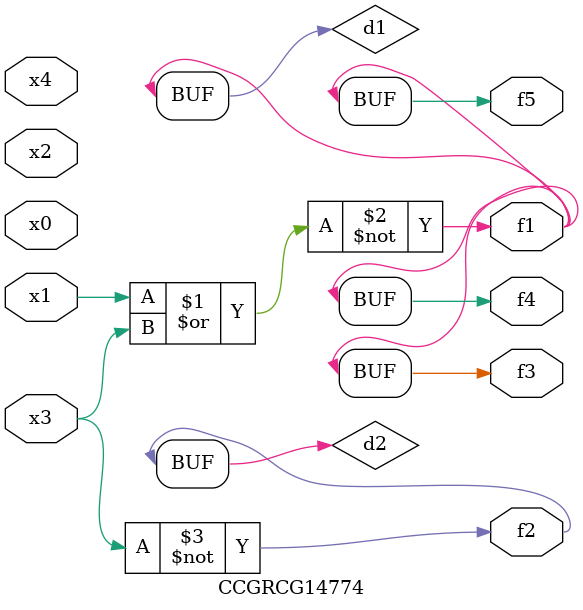
<source format=v>
module CCGRCG14774(
	input x0, x1, x2, x3, x4,
	output f1, f2, f3, f4, f5
);

	wire d1, d2;

	nor (d1, x1, x3);
	not (d2, x3);
	assign f1 = d1;
	assign f2 = d2;
	assign f3 = d1;
	assign f4 = d1;
	assign f5 = d1;
endmodule

</source>
